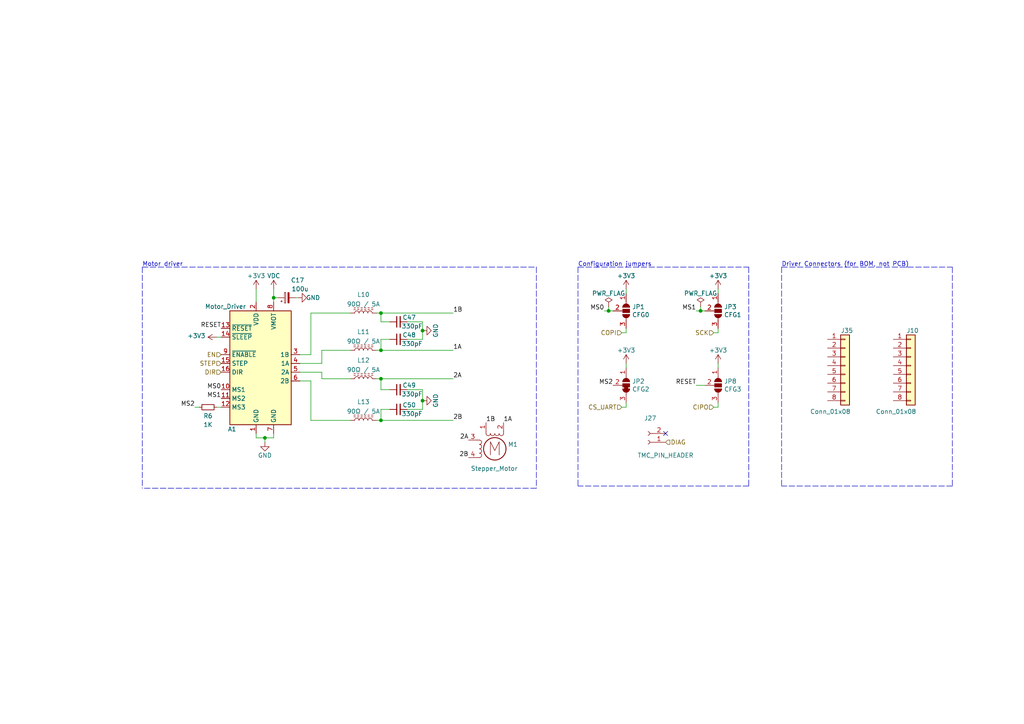
<source format=kicad_sch>
(kicad_sch (version 20211123) (generator eeschema)
  (paper "A4")
  (title_block (title "LumenPnP Motherboard") (date "2022-10-06") (rev "04A") (company "Opulo.io") (comment 1 "Reengineered by Magpie"))
  (lib_symbols
    (symbol "Connector:Conn_01x02_Female" (pin_names (offset 1.016) hide)
      (property "Reference" "J" (at 0 2.54 0))
      (property "Value" "Conn_01x02_Female" (at 0 -5.08 0))
      (symbol "Conn_01x02_Female_1_1"
        (arc (start 0 -2.032) (mid -0.508 -2.54) (end 0 -3.048) (stroke (width 0.1524)))
        (polyline (pts (xy -1.27 -2.54) (xy -0.508 -2.54)) (stroke (width 0.1524)))
        (polyline (pts (xy -1.27 0) (xy -0.508 0)) (stroke (width 0.1524)))
        (arc (start 0 0.508) (mid -0.508 0) (end 0 -0.508) (stroke (width 0.1524)))
        (pin passive line (at -5.08 0 0) (length 3.81) (name "Pin_1") (number "1"))
        (pin passive line (at -5.08 -2.54 0) (length 3.81) (name "Pin_2") (number "2"))
      )
    )
    (symbol "Connector_Generic:Conn_01x08" (pin_names (offset 1.016) hide)
      (property "Reference" "J" (at 0 10.16 0))
      (property "Value" "Conn_01x08" (at 0 -12.7 0))
      (symbol "Conn_01x08_1_1"
        (rectangle (start -1.27 -10.033) (end 0 -10.287) (stroke (width 0.1524)))
        (rectangle (start -1.27 -7.493) (end 0 -7.747) (stroke (width 0.1524)))
        (rectangle (start -1.27 -4.953) (end 0 -5.207) (stroke (width 0.1524)))
        (rectangle (start -1.27 -2.413) (end 0 -2.667) (stroke (width 0.1524)))
        (rectangle (start -1.27 0.127) (end 0 -0.127) (stroke (width 0.1524)))
        (rectangle (start -1.27 2.667) (end 0 2.413) (stroke (width 0.1524)))
        (rectangle (start -1.27 5.207) (end 0 4.953) (stroke (width 0.1524)))
        (rectangle (start -1.27 7.747) (end 0 7.493) (stroke (width 0.1524)))
        (rectangle (start -1.27 8.89) (end 1.27 -11.43) (stroke (width 0.254)) (fill (type background)))
        (pin passive line (at -5.08 7.62 0) (length 3.81) (name "Pin_1") (number "1"))
        (pin passive line (at -5.08 5.08 0) (length 3.81) (name "Pin_2") (number "2"))
        (pin passive line (at -5.08 2.54 0) (length 3.81) (name "Pin_3") (number "3"))
        (pin passive line (at -5.08 0 0) (length 3.81) (name "Pin_4") (number "4"))
        (pin passive line (at -5.08 -2.54 0) (length 3.81) (name "Pin_5") (number "5"))
        (pin passive line (at -5.08 -5.08 0) (length 3.81) (name "Pin_6") (number "6"))
        (pin passive line (at -5.08 -7.62 0) (length 3.81) (name "Pin_7") (number "7"))
        (pin passive line (at -5.08 -10.16 0) (length 3.81) (name "Pin_8") (number "8"))
      )
    )
    (symbol "Device:C_Polarized_Small" (pin_numbers hide) (pin_names (offset 0.254) hide)
      (property "Reference" "C" (at 0.254 1.778 0))
      (property "Value" "C_Polarized_Small" (at 0.254 -2.032 0))
      (symbol "C_Polarized_Small_0_1"
        (rectangle (start -1.524 -0.3048) (end 1.524 -0.6858) (fill (type outline)))
        (rectangle (start -1.524 0.6858) (end 1.524 0.3048))
        (polyline (pts (xy -1.27 1.524) (xy -0.762 1.524)))
        (polyline (pts (xy -1.016 1.27) (xy -1.016 1.778)))
      )
      (symbol "C_Polarized_Small_1_1"
        (pin passive line (at 0 2.54 270) (length 1.8542) (name "~") (number "1"))
        (pin passive line (at 0 -2.54 90) (length 1.8542) (name "~") (number "2"))
      )
    )
    (symbol "Device:C_Small" (pin_numbers hide) (pin_names (offset 0.254) hide)
      (property "Reference" "C" (at 0.254 1.778 0))
      (property "Value" "C_Small" (at 0.254 -2.032 0))
      (symbol "C_Small_0_1"
        (polyline (pts (xy -1.524 -0.508) (xy 1.524 -0.508)) (stroke (width 0.3302)))
        (polyline (pts (xy -1.524 0.508) (xy 1.524 0.508)) (stroke (width 0.3048)))
      )
      (symbol "C_Small_1_1"
        (pin passive line (at 0 2.54 270) (length 2.032) (name "~") (number "1"))
        (pin passive line (at 0 -2.54 90) (length 2.032) (name "~") (number "2"))
      )
    )
    (symbol "Device:L_Ferrite" (pin_numbers hide) (pin_names (offset 1.016) hide)
      (property "Reference" "L" (at -1.27 0 90))
      (property "Value" "L_Ferrite" (at 2.794 0 90))
      (symbol "L_Ferrite_0_1"
        (arc (start 0 -2.54) (mid 0.635 -1.905) (end 0 -1.27))
        (arc (start 0 -1.27) (mid 0.635 -0.635) (end 0 0))
        (polyline (pts (xy 1.016 -2.794) (xy 1.016 -2.286)))
        (polyline (pts (xy 1.016 -1.778) (xy 1.016 -1.27)))
        (polyline (pts (xy 1.016 -0.762) (xy 1.016 -0.254)))
        (polyline (pts (xy 1.016 0.254) (xy 1.016 0.762)))
        (polyline (pts (xy 1.016 1.27) (xy 1.016 1.778)))
        (polyline (pts (xy 1.016 2.286) (xy 1.016 2.794)))
        (polyline (pts (xy 1.524 -2.286) (xy 1.524 -2.794)))
        (polyline (pts (xy 1.524 -1.27) (xy 1.524 -1.778)))
        (polyline (pts (xy 1.524 -0.254) (xy 1.524 -0.762)))
        (polyline (pts (xy 1.524 0.762) (xy 1.524 0.254)))
        (polyline (pts (xy 1.524 1.778) (xy 1.524 1.27)))
        (polyline (pts (xy 1.524 2.794) (xy 1.524 2.286)))
        (arc (start 0 0) (mid 0.635 0.635) (end 0 1.27))
        (arc (start 0 1.27) (mid 0.635 1.905) (end 0 2.54))
      )
      (symbol "L_Ferrite_1_1"
        (pin passive line (at 0 3.81 270) (length 1.27) (name "1") (number "1"))
        (pin passive line (at 0 -3.81 90) (length 1.27) (name "2") (number "2"))
      )
    )
    (symbol "Device:R_Small" (pin_numbers hide) (pin_names (offset 0.254) hide)
      (property "Reference" "R" (at 0.762 0.508 0))
      (property "Value" "R_Small" (at 0.762 -1.016 0))
      (symbol "R_Small_0_1"
        (rectangle (start -0.762 1.778) (end 0.762 -1.778) (stroke (width 0.2032)))
      )
      (symbol "R_Small_1_1"
        (pin passive line (at 0 2.54 270) (length 0.762) (name "~") (number "1"))
        (pin passive line (at 0 -2.54 90) (length 0.762) (name "~") (number "2"))
      )
    )
    (symbol "Driver_Motor:Pololu_Breakout_A4988"
      (property "Reference" "A" (at -2.54 19.05 0))
      (property "Value" "Pololu_Breakout_A4988" (at -2.54 16.51 0))
      (symbol "Pololu_Breakout_A4988_0_1"
        (rectangle (start 10.16 -17.78) (end -7.62 15.24) (stroke (width 0.254)) (fill (type background)))
      )
      (symbol "Pololu_Breakout_A4988_1_1"
        (pin power_in line (at 0 -20.32 90) (length 2.54) (name "GND") (number "1"))
        (pin input line (at -10.16 -7.62 0) (length 2.54) (name "MS1") (number "10"))
        (pin input line (at -10.16 -10.16 0) (length 2.54) (name "MS2") (number "11"))
        (pin input line (at -10.16 -12.7 0) (length 2.54) (name "MS3") (number "12"))
        (pin input line (at -10.16 10.16 0) (length 2.54) (name "~{RESET}") (number "13"))
        (pin input line (at -10.16 7.62 0) (length 2.54) (name "~{SLEEP}") (number "14"))
        (pin input line (at -10.16 0 0) (length 2.54) (name "STEP") (number "15"))
        (pin input line (at -10.16 -2.54 0) (length 2.54) (name "DIR") (number "16"))
        (pin power_in line (at 0 17.78 270) (length 2.54) (name "VDD") (number "2"))
        (pin output line (at 12.7 2.54 180) (length 2.54) (name "1B") (number "3"))
        (pin output line (at 12.7 0 180) (length 2.54) (name "1A") (number "4"))
        (pin output line (at 12.7 -2.54 180) (length 2.54) (name "2A") (number "5"))
        (pin output line (at 12.7 -5.08 180) (length 2.54) (name "2B") (number "6"))
        (pin power_in line (at 5.08 -20.32 90) (length 2.54) (name "GND") (number "7"))
        (pin power_in line (at 5.08 17.78 270) (length 2.54) (name "VMOT") (number "8"))
        (pin input line (at -10.16 2.54 0) (length 2.54) (name "~{ENABLE}") (number "9"))
      )
    )
    (symbol "Jumper:SolderJumper_3_Open" (pin_names (offset 0) hide)
      (property "Reference" "JP" (at -2.54 -2.54 0))
      (property "Value" "SolderJumper_3_Open" (at 0 2.794 0))
      (symbol "SolderJumper_3_Open_0_1"
        (arc (start -1.016 1.016) (mid -2.032 0) (end -1.016 -1.016))
        (arc (start -1.016 1.016) (mid -2.032 0) (end -1.016 -1.016) (fill (type outline)))
        (rectangle (start -0.508 1.016) (end 0.508 -1.016) (fill (type outline)))
        (polyline (pts (xy -2.54 0) (xy -2.032 0)))
        (polyline (pts (xy -1.016 1.016) (xy -1.016 -1.016)))
        (polyline (pts (xy 0 -1.27) (xy 0 -1.016)))
        (polyline (pts (xy 1.016 1.016) (xy 1.016 -1.016)))
        (polyline (pts (xy 2.54 0) (xy 2.032 0)))
        (arc (start 1.016 -1.016) (mid 2.032 0) (end 1.016 1.016))
        (arc (start 1.016 -1.016) (mid 2.032 0) (end 1.016 1.016) (fill (type outline)))
      )
      (symbol "SolderJumper_3_Open_1_1"
        (pin passive line (at -5.08 0 0) (length 2.54) (name "A") (number "1"))
        (pin passive line (at 0 -3.81 90) (length 2.54) (name "C") (number "2"))
        (pin passive line (at 5.08 0 180) (length 2.54) (name "B") (number "3"))
      )
    )
    (symbol "Motor:Stepper_Motor_bipolar" (pin_names (offset 0) hide)
      (property "Reference" "M" (at 3.81 2.54 0))
      (property "Value" "Stepper_Motor_bipolar" (at 3.81 1.27 0))
      (symbol "Stepper_Motor_bipolar_0_0"
        (polyline (pts (xy -1.27 -1.778) (xy -1.27 2.032) (xy 0 -0.508) (xy 1.27 2.032) (xy 1.27 -1.778)))
      )
      (symbol "Stepper_Motor_bipolar_0_1"
        (arc (start -4.445 -2.54) (mid -3.81 -1.905) (end -4.445 -1.27))
        (arc (start -4.445 -1.27) (mid -3.81 -0.635) (end -4.445 0))
        (arc (start -4.445 0) (mid -3.81 0.635) (end -4.445 1.27))
        (arc (start -4.445 1.27) (mid -3.81 1.905) (end -4.445 2.54))
        (arc (start -2.54 4.445) (mid -1.905 3.81) (end -1.27 4.445))
        (arc (start -1.27 4.445) (mid -0.635 3.81) (end 0 4.445))
        (polyline (pts (xy -5.08 -2.54) (xy -4.445 -2.54)))
        (polyline (pts (xy -5.08 2.54) (xy -4.445 2.54)))
        (polyline (pts (xy -2.54 5.08) (xy -2.54 4.445)))
        (polyline (pts (xy 2.54 5.08) (xy 2.54 4.445)))
        (circle (center 0 0) (radius 3.2512) (stroke (width 0.254)))
        (arc (start 0 4.445) (mid 0.635 3.81) (end 1.27 4.445))
        (arc (start 1.27 4.445) (mid 1.905 3.81) (end 2.54 4.445))
      )
      (symbol "Stepper_Motor_bipolar_1_1"
        (pin passive line (at -2.54 7.62 270) (length 2.54) (name "~") (number "1"))
        (pin passive line (at 2.54 7.62 270) (length 2.54) (name "-") (number "2"))
        (pin passive line (at -7.62 2.54 0) (length 2.54) (name "~") (number "3"))
        (pin passive line (at -7.62 -2.54 0) (length 2.54) (name "~") (number "4"))
      )
    )
    (symbol "index:SolderJumper_3_Bridged23" (pin_names (offset 0) hide)
      (property "Reference" "JP" (at -2.54 -2.54 0))
      (property "Value" "SolderJumper_3_Bridged23" (at 0 2.794 0))
      (symbol "SolderJumper_3_Bridged23_0_1"
        (rectangle (start -1.016 0.508) (end -0.508 -0.508) (fill (type outline)))
        (arc (start -1.016 1.016) (mid -2.032 0) (end -1.016 -1.016))
        (arc (start -1.016 1.016) (mid -2.032 0) (end -1.016 -1.016) (fill (type outline)))
        (rectangle (start -0.508 1.016) (end 0.508 -1.016) (fill (type outline)))
        (polyline (pts (xy -2.54 0) (xy -2.032 0)))
        (polyline (pts (xy -1.016 1.016) (xy -1.016 -1.016)))
        (polyline (pts (xy 0 -1.27) (xy 0 -1.016)))
        (polyline (pts (xy 1.016 1.016) (xy 1.016 -1.016)))
        (polyline (pts (xy 2.54 0) (xy 2.032 0)))
        (arc (start 1.016 -1.016) (mid 2.032 0) (end 1.016 1.016))
        (arc (start 1.016 -1.016) (mid 2.032 0) (end 1.016 1.016) (fill (type outline)))
      )
      (symbol "SolderJumper_3_Bridged23_1_1"
        (pin passive line (at 5.08 0 180) (length 2.54) (name "B") (number "1"))
        (pin input line (at 0 -3.81 90) (length 2.54) (name "C") (number "2"))
        (pin passive line (at -5.08 0 0) (length 2.54) (name "A") (number "3"))
      )
    )
    (symbol "power:+3.3V" (power) (pin_names (offset 0))
      (property "Value" "+3.3V" (at 0 3.556 0))
      (symbol "+3.3V_0_1"
        (polyline (pts (xy -0.762 1.27) (xy 0 2.54)))
        (polyline (pts (xy 0 0) (xy 0 2.54)))
        (polyline (pts (xy 0 2.54) (xy 0.762 1.27)))
      )
      (symbol "+3.3V_1_1"
        (pin power_in line (at 0 0 90) (length 0) hide (name "+3V3") (number "1"))
      )
    )
    (symbol "power:+3V3" (power) (pin_names (offset 0))
      (property "Value" "+3V3" (at 0 3.556 0))
      (symbol "+3V3_0_1"
        (polyline (pts (xy -0.762 1.27) (xy 0 2.54)))
        (polyline (pts (xy 0 0) (xy 0 2.54)))
        (polyline (pts (xy 0 2.54) (xy 0.762 1.27)))
      )
      (symbol "+3V3_1_1"
        (pin power_in line (at 0 0 90) (length 0) hide (name "+3V3") (number "1"))
      )
    )
    (symbol "power:GND" (power) (pin_names (offset 0))
      (property "Value" "GND" (at 0 -3.81 0))
      (symbol "GND_0_1"
        (polyline (pts (xy 0 0) (xy 0 -1.27) (xy 1.27 -1.27) (xy 0 -2.54) (xy -1.27 -1.27) (xy 0 -1.27)))
      )
      (symbol "GND_1_1"
        (pin power_in line (at 0 0 270) (length 0) hide (name "GND") (number "1"))
      )
    )
    (symbol "power:PWR_FLAG" (power) (pin_numbers hide) (pin_names (offset 0) hide)
      (property "Value" "PWR_FLAG" (at 0 3.81 0))
      (symbol "PWR_FLAG_0_0"
        (pin power_out line (at 0 0 90) (length 0) (name "pwr") (number "1"))
      )
      (symbol "PWR_FLAG_0_1"
        (polyline (pts (xy 0 0) (xy 0 1.27) (xy -1.016 1.905) (xy 0 2.54) (xy 1.016 1.905) (xy 0 1.27)))
      )
    )
    (symbol "power:VDC" (power) (pin_names (offset 0))
      (property "Value" "VDC" (at 0 6.35 0))
      (symbol "VDC_0_1"
        (polyline (pts (xy -0.762 1.27) (xy 0 2.54)))
        (polyline (pts (xy 0 0) (xy 0 2.54)))
        (polyline (pts (xy 0 2.54) (xy 0.762 1.27)))
      )
      (symbol "VDC_1_1"
        (pin power_in line (at 0 0 90) (length 0) hide (name "VDC") (number "1"))
      )
    )
  )
  (junction (at 110.49 109.855))
  (junction (at 79.375 86.36))
  (junction (at 110.49 101.6))
  (junction (at 122.555 95.885))
  (junction (at 110.49 90.805))
  (junction (at 110.49 121.92))
  (junction (at 176.53 90.17))
  (junction (at 122.555 116.205))
  (junction (at 76.835 127))
  (junction (at 203.2 90.17))
  (no_connect (at 193.04 125.73))
  (wire (pts (xy 79.375 83.82) (xy 79.375 86.36)))
  (polyline (pts (xy 155.575 141.605) (xy 41.275 141.605)))
  (wire (pts (xy 110.49 90.805) (xy 131.445 90.805)))
  (wire (pts (xy 90.17 110.49) (xy 90.17 121.92)))
  (polyline (pts (xy 276.225 77.47) (xy 276.225 140.97)))
  (wire (pts (xy 180.34 96.52) (xy 181.61 96.52)))
  (wire (pts (xy 208.28 83.82) (xy 208.28 85.09)))
  (polyline (pts (xy 167.64 77.47) (xy 217.17 77.47)))
  (wire (pts (xy 207.01 96.52) (xy 208.28 96.52)))
  (wire (pts (xy 79.375 86.36) (xy 79.375 87.63)))
  (wire (pts (xy 122.555 116.205) (xy 122.555 118.745)))
  (wire (pts (xy 86.995 107.95) (xy 93.345 107.95)))
  (wire (pts (xy 86.995 105.41) (xy 93.345 105.41)))
  (wire (pts (xy 207.01 118.11) (xy 208.28 118.11)))
  (wire (pts (xy 110.49 121.92) (xy 110.49 118.745)))
  (wire (pts (xy 203.2 88.9) (xy 203.2 90.17)))
  (wire (pts (xy 175.26 90.17) (xy 176.53 90.17)))
  (wire (pts (xy 118.11 113.03) (xy 122.555 113.03)))
  (wire (pts (xy 74.295 127) (xy 76.835 127)))
  (wire (pts (xy 110.49 113.03) (xy 113.03 113.03)))
  (wire (pts (xy 176.53 90.17) (xy 177.8 90.17)))
  (polyline (pts (xy 41.275 77.47) (xy 155.575 77.47)))
  (wire (pts (xy 208.28 105.41) (xy 208.28 106.68)))
  (wire (pts (xy 93.345 109.855) (xy 101.6 109.855)))
  (wire (pts (xy 109.22 101.6) (xy 110.49 101.6)))
  (wire (pts (xy 110.49 98.425) (xy 113.03 98.425)))
  (wire (pts (xy 208.28 96.52) (xy 208.28 95.25)))
  (wire (pts (xy 122.555 118.745) (xy 118.11 118.745)))
  (wire (pts (xy 86.995 110.49) (xy 90.17 110.49)))
  (polyline (pts (xy 226.695 77.47) (xy 276.225 77.47)))
  (wire (pts (xy 93.345 101.6) (xy 101.6 101.6)))
  (polyline (pts (xy 167.64 77.47) (xy 167.64 140.97)))
  (wire (pts (xy 203.2 90.17) (xy 201.93 90.17)))
  (wire (pts (xy 122.555 95.885) (xy 122.555 93.345)))
  (wire (pts (xy 110.49 90.805) (xy 110.49 93.345)))
  (polyline (pts (xy 276.225 140.97) (xy 226.695 140.97)))
  (wire (pts (xy 203.2 90.17) (xy 204.47 90.17)))
  (wire (pts (xy 110.49 109.855) (xy 131.445 109.855)))
  (wire (pts (xy 122.555 98.425) (xy 122.555 95.885)))
  (wire (pts (xy 93.345 105.41) (xy 93.345 101.6)))
  (polyline (pts (xy 226.695 77.47) (xy 226.695 140.97)))
  (wire (pts (xy 79.375 86.36) (xy 80.645 86.36)))
  (wire (pts (xy 86.995 102.87) (xy 90.17 102.87)))
  (wire (pts (xy 208.28 118.11) (xy 208.28 116.84)))
  (wire (pts (xy 118.11 98.425) (xy 122.555 98.425)))
  (wire (pts (xy 181.61 96.52) (xy 181.61 95.25)))
  (polyline (pts (xy 155.575 77.47) (xy 155.575 141.605)))
  (wire (pts (xy 110.49 118.745) (xy 113.03 118.745)))
  (wire (pts (xy 110.49 101.6) (xy 131.445 101.6)))
  (wire (pts (xy 79.375 125.73) (xy 79.375 127)))
  (wire (pts (xy 180.34 118.11) (xy 181.61 118.11)))
  (polyline (pts (xy 217.17 140.97) (xy 167.64 140.97)))
  (wire (pts (xy 76.835 128.27) (xy 76.835 127)))
  (wire (pts (xy 74.295 127) (xy 74.295 125.73)))
  (wire (pts (xy 122.555 113.03) (xy 122.555 116.205)))
  (wire (pts (xy 110.49 109.855) (xy 110.49 113.03)))
  (wire (pts (xy 201.93 111.76) (xy 204.47 111.76)))
  (wire (pts (xy 181.61 105.41) (xy 181.61 106.68)))
  (polyline (pts (xy 217.17 77.47) (xy 217.17 140.97)))
  (wire (pts (xy 93.345 107.95) (xy 93.345 109.855)))
  (wire (pts (xy 110.49 121.92) (xy 131.445 121.92)))
  (wire (pts (xy 110.49 101.6) (xy 110.49 98.425)))
  (wire (pts (xy 90.17 90.805) (xy 90.17 102.87)))
  (wire (pts (xy 90.17 90.805) (xy 101.6 90.805)))
  (wire (pts (xy 90.17 121.92) (xy 101.6 121.92)))
  (wire (pts (xy 109.22 90.805) (xy 110.49 90.805)))
  (wire (pts (xy 181.61 118.11) (xy 181.61 116.84)))
  (wire (pts (xy 74.295 83.82) (xy 74.295 87.63)))
  (wire (pts (xy 62.865 97.79) (xy 64.135 97.79)))
  (wire (pts (xy 176.53 88.9) (xy 176.53 90.17)))
  (wire (pts (xy 85.725 86.36) (xy 86.36 86.36)))
  (wire (pts (xy 110.49 93.345) (xy 113.03 93.345)))
  (polyline (pts (xy 41.275 77.47) (xy 41.275 141.605)))
  (wire (pts (xy 56.515 118.11) (xy 57.785 118.11)))
  (wire (pts (xy 181.61 83.82) (xy 181.61 85.09)))
  (wire (pts (xy 122.555 93.345) (xy 118.11 93.345)))
  (wire (pts (xy 79.375 127) (xy 76.835 127)))
  (wire (pts (xy 109.22 121.92) (xy 110.49 121.92)))
  (wire (pts (xy 62.865 118.11) (xy 64.135 118.11)))
  (wire (pts (xy 109.22 109.855) (xy 110.49 109.855)))
  (text "Motor driver" (at 41.275 77.47 0) (effects (font (size 1.27 1.27)) (justify left bottom)))
  (text "Driver Connectors (for BOM, not PCB)" (at 226.695 77.47 0) (effects (font (size 1.27 1.27)) (justify left bottom)))
  (text "Configuration jumpers" (at 167.64 77.47 0) (effects (font (size 1.27 1.27)) (justify left bottom)))
  (label "2B" (at 135.89 132.715 180))
  (label "RESET" (at 64.135 95.25 180))
  (label "2A" (at 135.89 127.635 180))
  (label "RESET" (at 201.93 111.76 180))
  (label "MS1" (at 64.135 115.57 180))
  (label "1A" (at 131.445 101.6 0))
  (label "MS0" (at 64.135 113.03 180))
  (label "2B" (at 131.445 121.92 0))
  (label "MS1" (at 201.93 90.17 180))
  (label "MS2" (at 177.8 111.76 180))
  (label "1B" (at 140.97 122.555 0))
  (label "2A" (at 131.445 109.855 0))
  (label "1B" (at 131.445 90.805 0))
  (label "MS2" (at 56.515 118.11 180))
  (label "1A" (at 146.05 122.555 0))
  (label "MS0" (at 175.26 90.17 180))
  (hierarchical_label "STEP" (shape input) (at 64.135 105.41 180))
  (hierarchical_label "DIAG" (shape input) (at 193.04 128.27 0))
  (hierarchical_label "DIR" (shape input) (at 64.135 107.95 180))
  (hierarchical_label "CS_UART" (shape input) (at 180.34 118.11 180))
  (hierarchical_label "EN" (shape input) (at 64.135 102.87 180))
  (hierarchical_label "SCK" (shape input) (at 207.01 96.52 180))
  (hierarchical_label "COPI" (shape input) (at 180.34 96.52 180))
  (hierarchical_label "CIPO" (shape input) (at 207.01 118.11 180))
  (symbol (lib_id "Device:C_Small") (at 115.57 118.745 90) (unit 1)
    (property "Reference" "C50" (at 120.65 117.475 90) (effects (justify left)))
    (property "Value" "330pF" (at 122.555 120.015 90) (effects (justify left)))
    (property "Footprint" "Capacitor_SMD:C_0805_2012Metric" (effects hide))
    (property "Mouser" "80-C0805C331K5RAC" (effects hide))
    (property "Tolerance" "10%" (effects hide))
    (property "Voltage" "50V" (effects hide))
  )
  (symbol (lib_id "power:+3.3V") (at 208.28 105.41 0) (unit 1)
    (property "Reference" "#PWR0142" (effects hide))
    (property "Value" "+3.3V" (at 208.28 101.6 0))
  )
  (symbol (lib_id "Device:R_Small") (at 60.325 118.11 270) (unit 1)
    (property "Reference" "R6" (at 60.325 120.65 90))
    (property "Value" "1K" (at 60.325 123.19 90))
    (property "Footprint" "Resistor_SMD:R_0805_2012Metric" (effects hide))
    (property "Mouser" "756-WCR0805-1K0FI" (effects hide))
  )
  (symbol (lib_id "power:+3.3V") (at 181.61 83.82 0) (unit 1)
    (property "Reference" "#PWR0144" (effects hide))
    (property "Value" "+3.3V" (at 181.61 80.01 0))
  )
  (symbol (lib_id "Device:L_Ferrite") (at 105.41 121.92 90) (unit 1)
    (property "Reference" "L13" (at 105.41 116.5565 90))
    (property "Value" "90Ω / 5A" (at 105.41 119.3316 90))
    (property "Footprint" "Inductor_SMD:L_0805_2012Metric" (effects hide))
    (property "Mouser" "70-ILHB0805ER900V " (effects hide))
  )
  (symbol (lib_id "Device:C_Small") (at 115.57 98.425 90) (unit 1)
    (property "Reference" "C48" (at 120.65 97.155 90) (effects (justify left)))
    (property "Value" "330pF" (at 122.555 99.695 90) (effects (justify left)))
    (property "Footprint" "Capacitor_SMD:C_0805_2012Metric" (effects hide))
    (property "Mouser" "80-C0805C331K5RAC" (effects hide))
    (property "Tolerance" "10%" (effects hide))
    (property "Voltage" "50V" (effects hide))
  )
  (symbol (lib_id "power:GND") (at 76.835 128.27 0) (unit 1)
    (property "Reference" "#PWR0179" (effects hide))
    (property "Value" "GND" (at 76.835 132.08 0))
  )
  (symbol (lib_id "power:+3.3V") (at 62.865 97.79 90) (unit 1)
    (property "Reference" "#PWR0176" (effects hide))
    (property "Value" "+3.3V" (at 59.6138 97.409 90) (effects (justify left)))
  )
  (symbol (lib_id "Connector_Generic:Conn_01x08") (at 245.11 106.045 0) (unit 1)
    (property "Reference" "J35" (at 243.84 95.885 0) (effects (justify left)))
    (property "Value" "Conn_01x08" (at 234.95 119.38 0) (effects (justify left)))
    (property "Mouser" "571-215297-8" (effects hide))
  )
  (symbol (lib_id "power:PWR_FLAG") (at 203.2 88.9 0) (unit 1)
    (property "Reference" "#FLG0104" (effects hide))
    (property "Value" "PWR_FLAG" (at 203.2 85.09 0))
  )
  (symbol (lib_id "Device:C_Small") (at 115.57 113.03 90) (unit 1)
    (property "Reference" "C49" (at 120.65 111.76 90) (effects (justify left)))
    (property "Value" "330pF" (at 122.555 114.3 90) (effects (justify left)))
    (property "Footprint" "Capacitor_SMD:C_0805_2012Metric" (effects hide))
    (property "Mouser" "80-C0805C331K5RAC" (effects hide))
    (property "Tolerance" "10%" (effects hide))
    (property "Voltage" "50V" (effects hide))
  )
  (symbol (lib_id "power:+3.3V") (at 181.61 105.41 0) (unit 1)
    (property "Reference" "#PWR0117" (effects hide))
    (property "Value" "+3.3V" (at 181.61 101.6 0))
  )
  (symbol (lib_id "Driver_Motor:Pololu_Breakout_A4988") (at 74.295 105.41 0) (unit 1)
    (property "Reference" "A1" (at 67.31 124.46 0))
    (property "Value" "Motor_Driver" (at 65.405 88.9 0))
    (property "Footprint" "Module:Pololu_Breakout-16_15.2x20.3mm" (effects hide))
    (property "Datasheet" "https://www.pololu.com/product/2980/pictures" (effects hide))
  )
  (symbol (lib_id "power:GND") (at 86.36 86.36 90) (unit 1)
    (property "Reference" "#PWR0166" (effects hide))
    (property "Value" "GND" (at 90.805 86.36 90))
  )
  (symbol (lib_id "power:+3.3V") (at 208.28 83.82 0) (unit 1)
    (property "Reference" "#PWR0156" (effects hide))
    (property "Value" "+3.3V" (at 208.28 80.01 0))
  )
  (symbol (lib_id "power:VDC") (at 79.375 83.82 0) (unit 1)
    (property "Reference" "#PWR0178" (effects hide))
    (property "Value" "VDC" (at 79.375 80.01 0))
  )
  (symbol (lib_id "Device:C_Polarized_Small") (at 83.185 86.36 90) (unit 1)
    (property "Reference" "C17" (at 88.265 81.28 90) (effects (justify left)))
    (property "Value" "100u" (at 89.535 83.82 90) (effects (justify left)))
    (property "Footprint" "Capacitor_SMD:CP_Elec_6.3x7.7" (effects hide))
    (property "Mouser" "710-865080545012" (effects hide))
    (property "Voltage" "35V" (effects hide))
  )
  (symbol (lib_id "Jumper:SolderJumper_3_Open") (at 181.61 90.17 270) (unit 1)
    (property "Reference" "JP1" (at 183.3372 89.0016 90) (effects (justify left)))
    (property "Value" "CFG0" (at 183.3372 91.313 90) (effects (justify left)))
    (property "Footprint" "Jumper:SolderJumper-3_P1.3mm_Open_RoundedPad1.0x1.5mm" (effects hide))
    (property "Mouser" "-" (effects hide))
  )
  (symbol (lib_id "power:GND") (at 122.555 116.205 90) (unit 1)
    (property "Reference" "#PWR0124" (effects hide))
    (property "Value" "GND" (at 126.365 116.205 0))
  )
  (symbol (lib_id "power:PWR_FLAG") (at 176.53 88.9 0) (unit 1)
    (property "Reference" "#FLG0106" (effects hide))
    (property "Value" "PWR_FLAG" (at 176.53 85.09 0))
  )
  (symbol (lib_id "power:GND") (at 122.555 95.885 90) (unit 1)
    (property "Reference" "#PWR0123" (effects hide))
    (property "Value" "GND" (at 126.365 95.885 0))
  )
  (symbol (lib_id "Device:C_Small") (at 115.57 93.345 90) (unit 1)
    (property "Reference" "C47" (at 120.65 92.075 90) (effects (justify left)))
    (property "Value" "330pF" (at 122.555 94.615 90) (effects (justify left)))
    (property "Footprint" "Capacitor_SMD:C_0805_2012Metric" (effects hide))
    (property "Mouser" "80-C0805C331K5RAC" (effects hide))
    (property "Tolerance" "10%" (effects hide))
    (property "Voltage" "50V" (effects hide))
  )
  (symbol (lib_id "Device:L_Ferrite") (at 105.41 90.805 90) (unit 1)
    (property "Reference" "L10" (at 105.41 85.4415 90))
    (property "Value" "90Ω / 5A" (at 105.41 88.2166 90))
    (property "Footprint" "Inductor_SMD:L_0805_2012Metric" (effects hide))
    (property "Mouser" "70-ILHB0805ER900V " (effects hide))
  )
  (symbol (lib_id "Jumper:SolderJumper_3_Open") (at 208.28 111.76 270) (unit 1)
    (property "Reference" "JP8" (at 210.0072 110.5916 90) (effects (justify left)))
    (property "Value" "CFG3" (at 210.0072 112.903 90) (effects (justify left)))
    (property "Footprint" "Jumper:SolderJumper-3_P1.3mm_Open_RoundedPad1.0x1.5mm" (effects hide))
    (property "Mouser" "-" (effects hide))
  )
  (symbol (lib_id "power:+3V3") (at 74.295 83.82 0) (unit 1)
    (property "Reference" "#PWR0177" (effects hide))
    (property "Value" "+3V3" (at 74.295 80.01 0))
  )
  (symbol (lib_id "Device:L_Ferrite") (at 105.41 101.6 90) (unit 1)
    (property "Reference" "L11" (at 105.41 96.2365 90))
    (property "Value" "90Ω / 5A" (at 105.41 99.0116 90))
    (property "Footprint" "Inductor_SMD:L_0805_2012Metric" (effects hide))
    (property "Mouser" "70-ILHB0805ER900V " (effects hide))
  )
  (symbol (lib_id "index:SolderJumper_3_Bridged23") (at 181.61 111.76 270) (mirror x) (unit 1)
    (property "Reference" "JP2" (at 183.3372 110.5916 90) (effects (justify left)))
    (property "Value" "CFG2" (at 183.3372 112.903 90) (effects (justify left)))
    (property "Footprint" "index:SolderJumper-3_P1.3mm_Bridged23_RoundedPad1.0x1.5mm" (effects hide))
    (property "Mouser" "-" (effects hide))
  )
  (symbol (lib_id "Motor:Stepper_Motor_bipolar") (at 143.51 130.175 0) (unit 1)
    (property "Reference" "M1" (at 147.32 128.905 0) (effects (justify left)))
    (property "Value" "Stepper_Motor" (at 136.525 135.89 0) (effects (justify left)))
    (property "Footprint" "Connector_JST:JST_XH_B4B-XH-A_1x04_P2.50mm_Vertical" (effects hide))
    (property "Datasheet" "http://www.infineon.com/dgdl/Application-Note-TLE8110EE_driving_UniPolarStepperMotor_V1.1.pdf?fileId=db3a30431be39b97011be5d0aa0a00b0" (effects hide))
    (property "Digikey" "455-2249-ND" (effects hide))
    (property "Mouser" "Digikey" (effects hide))
  )
  (symbol (lib_id "Device:L_Ferrite") (at 105.41 109.855 90) (unit 1)
    (property "Reference" "L12" (at 105.41 104.4915 90))
    (property "Value" "90Ω / 5A" (at 105.41 107.2666 90))
    (property "Footprint" "Inductor_SMD:L_0805_2012Metric" (effects hide))
    (property "Mouser" "70-ILHB0805ER900V " (effects hide))
  )
  (symbol (lib_id "Connector_Generic:Conn_01x08") (at 264.16 106.045 0) (unit 1)
    (property "Reference" "J10" (at 262.89 95.885 0) (effects (justify left)))
    (property "Value" "Conn_01x08" (at 254 119.38 0) (effects (justify left)))
    (property "Mouser" "571-215297-8" (effects hide))
  )
  (symbol (lib_id "Jumper:SolderJumper_3_Open") (at 208.28 90.17 270) (unit 1)
    (property "Reference" "JP3" (at 210.0072 89.0016 90) (effects (justify left)))
    (property "Value" "CFG1" (at 210.0072 91.313 90) (effects (justify left)))
    (property "Footprint" "Jumper:SolderJumper-3_P1.3mm_Open_RoundedPad1.0x1.5mm" (effects hide))
    (property "Mouser" "-" (effects hide))
  )
  (symbol (lib_id "Connector:Conn_01x02_Female") (at 187.96 128.27 180) (unit 1)
    (property "Reference" "J27" (at 188.595 121.3063 0))
    (property "Value" "TMC_PIN_HEADER" (at 193.04 132.08 0))
    (property "Footprint" "Connector_PinSocket_2.54mm:PinSocket_1x02_P2.54mm_Vertical" (effects hide))
    (property "Mouser" "571-215297-2" (effects hide))
  )
)
</source>
